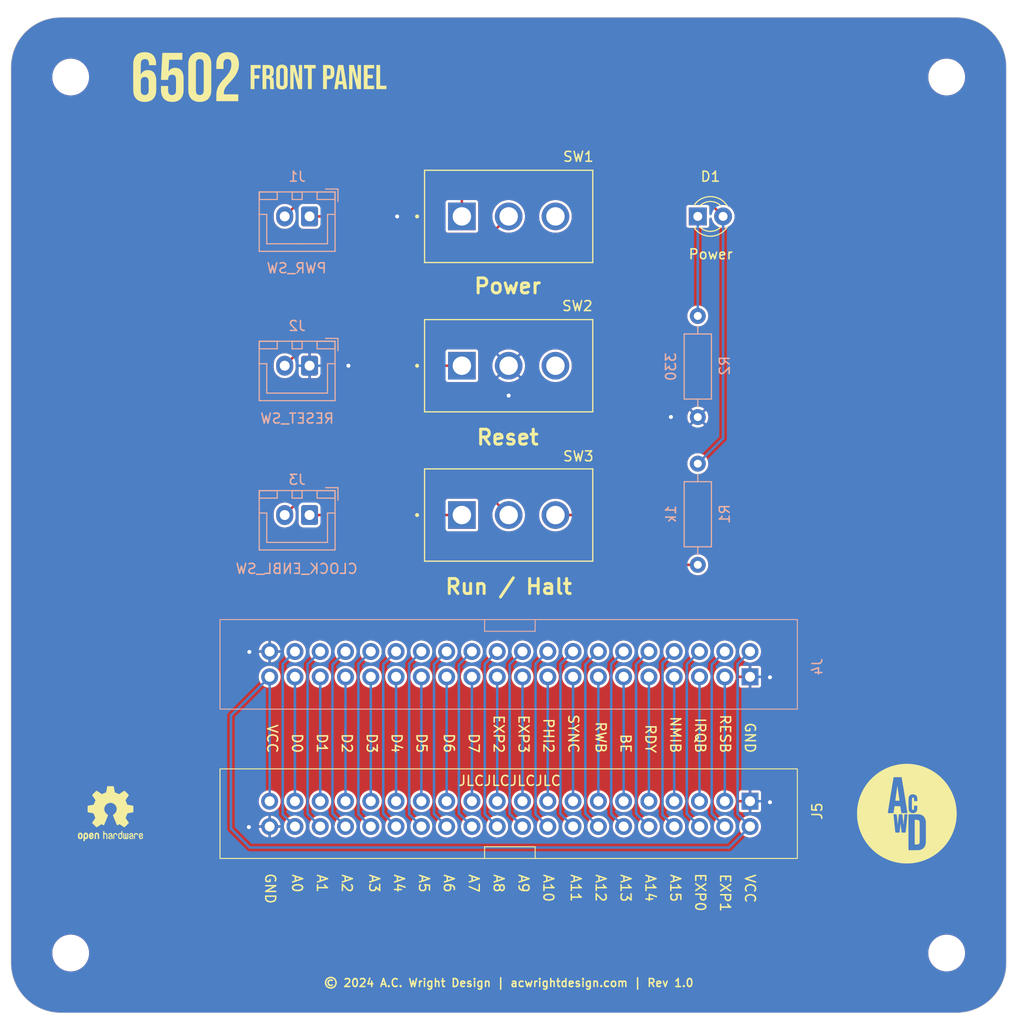
<source format=kicad_pcb>
(kicad_pcb (version 20241229) (generator "pcbnew") (generator_version "9.0")
  (title_block (title "6502 Front Panel") (date "2024-07-19") (rev "1.0") (company "A.C. Wright Design"))
  (layers (0 "F.Cu" signal "Top") (2 "B.Cu" signal "Bottom") (13 "F.Paste" user) (15 "B.Paste" user) (5 "F.SilkS" user "F.Silkscreen") (7 "B.SilkS" user "B.Silkscreen") (1 "F.Mask" user) (3 "B.Mask" user) (25 "Edge.Cuts" user))
  (net 0 "")
  (net 1 "GND")
  (net 2 "VCC")
  (net 3 "A0")
  (net 4 "A1")
  (net 5 "A2")
  (net 6 "A3")
  (net 7 "A10")
  (net 8 "A11")
  (net 9 "A12")
  (net 10 "A13")
  (net 11 "A14")
  (net 12 "A15")
  (net 13 "D0")
  (net 14 "D1")
  (net 15 "D2")
  (net 16 "D3")
  (net 17 "D4")
  (net 18 "D5")
  (net 19 "D6")
  (net 20 "D7")
  (net 21 "PHI2")
  (net 22 "RWB")
  (net 23 "RESB")
  (net 24 "IRQB")
  (net 25 "Net-(D1-K)")
  (net 26 "5V")
  (net 27 "EXP0")
  (net 28 "EXP1")
  (net 29 "A6")
  (net 30 "SYNC")
  (net 31 "A7")
  (net 32 "A9")
  (net 33 "RDY")
  (net 34 "A5")
  (net 35 "EXP3")
  (net 36 "A8")
  (net 37 "A4")
  (net 38 "EXP2")
  (net 39 "NMIB")
  (net 40 "BE")
  (net 41 "Net-(J3-Pin_1)")
  (net 42 "Net-(J1-Pin_1)")
  (net 43 "Net-(J2-Pin_2)")
  (net 44 "Net-(J3-Pin_2)")
  (net 45 "Net-(SW3-C)")
  (footprint "MountingHole:MountingHole_3.2mm_M3" (layer "F.Cu") (at 184 56)
    (property "Reference" "H2" (hide yes))
    (property "Value" "MountingHole" (hide yes))
    (pad "" np_thru_hole circle (at 0 0) (size 3.2 3.2) (drill 3.2) (layers "*.Cu" "*.Mask"))
  )
  (footprint "MountingHole:MountingHole_3.2mm_M3" (layer "F.Cu") (at 96 144)
    (property "Reference" "H4" (hide yes))
    (property "Value" "MountingHole" (hide yes))
    (pad "" np_thru_hole circle (at 0 0) (size 3.2 3.2) (drill 3.2) (layers "*.Cu" "*.Mask"))
  )
  (footprint "MountingHole:MountingHole_3.2mm_M3" (layer "F.Cu") (at 96 56)
    (property "Reference" "H1" (hide yes))
    (property "Value" "MountingHole" (hide yes))
    (pad "" np_thru_hole circle (at 0 0) (size 3.2 3.2) (drill 3.2) (layers "*.Cu" "*.Mask"))
  )
  (footprint "MountingHole:MountingHole_3.2mm_M3" (layer "F.Cu") (at 184 144)
    (property "Reference" "H3" (hide yes))
    (property "Value" "MountingHole" (hide yes))
    (pad "" np_thru_hole circle (at 0 0) (size 3.2 3.2) (drill 3.2) (layers "*.Cu" "*.Mask"))
  )
  (footprint "6502 Logos:6502 Front Panel Logo 5mm" (layer "F.Cu") (at 122.265643 55.999736)
    (property "Reference" "G***" (hide yes))
    (property "Value" "LOGO" (hide yes))
  )
  (footprint "A.C. Wright Logo:A.C. Wright Logo 10mm" (layer "F.Cu") (at 180 130)
    (property "Reference" "G***" (hide yes))
    (property "Value" "LOGO" (hide yes))
  )
  (footprint "LED_THT:LED_D3.0mm" (layer "F.Cu") (at 159 70)
    (property "Reference" "D1" (at 1.27 -4 0) (layer "F.SilkS"))
    (property "Value" "Power" (at 1.3 3.8 0) (layer "F.SilkS"))
    (pad "1" thru_hole rect (at 0 0) (size 1.8 1.8) (drill 0.9) (layers "*.Cu" "*.Mask") (net 25 "Net-(D1-K)"))
    (pad "2" thru_hole circle (at 2.54 0) (size 1.8 1.8) (drill 0.9) (layers "*.Cu" "*.Mask") (net 26 "5V"))
  )
  (footprint "Symbol:OSHW-Logo2_7.3x6mm_SilkScreen" (layer "F.Cu") (at 100 130)
    (property "Reference" "REF**" (hide yes))
    (property "Value" "OSHW-Logo2_7.3x6mm_SilkScreen" (hide yes))
  )
  (footprint "6502 Parts:6502 Bus Connector" (layer "F.Cu") (at 164.25 128.75 -90)
    (property "Reference" "J5" (at 1 -6.75 90) (layer "F.SilkS"))
    (property "Value" "6502 Bus" (hide yes))
    (pad "1" thru_hole rect (at 0 0 270) (size 1.7 1.7) (drill 1) (layers "*.Cu" "*.Mask") (net 1 "GND"))
    (pad "2" thru_hole oval (at 2.54 0 270) (size 1.7 1.7) (drill 1) (layers "*.Cu" "*.Mask") (net 2 "VCC"))
    (pad "3" thru_hole oval (at 0 2.54 270) (size 1.7 1.7) (drill 1) (layers "*.Cu" "*.Mask") (net 23 "RESB"))
    (pad "4" thru_hole oval (at 2.54 2.54 270) (size 1.7 1.7) (drill 1) (layers "*.Cu" "*.Mask") (net 28 "EXP1"))
    (pad "5" thru_hole oval (at 0 5.08 270) (size 1.7 1.7) (drill 1) (layers "*.Cu" "*.Mask") (net 24 "IRQB"))
    (pad "6" thru_hole oval (at 2.54 5.08 270) (size 1.7 1.7) (drill 1) (layers "*.Cu" "*.Mask") (net 27 "EXP0"))
    (pad "7" thru_hole oval (at 0 7.62 270) (size 1.7 1.7) (drill 1) (layers "*.Cu" "*.Mask") (net 39 "NMIB"))
    (pad "8" thru_hole oval (at 2.54 7.62 270) (size 1.7 1.7) (drill 1) (layers "*.Cu" "*.Mask") (net 12 "A15"))
    (pad "9" thru_hole oval (at 0 10.16 270) (size 1.7 1.7) (drill 1) (layers "*.Cu" "*.Mask") (net 33 "RDY"))
    (pad "10" thru_hole oval (at 2.54 10.16 270) (size 1.7 1.7) (drill 1) (layers "*.Cu" "*.Mask") (net 11 "A14"))
    (pad "11" thru_hole oval (at 0 12.7 270) (size 1.7 1.7) (drill 1) (layers "*.Cu" "*.Mask") (net 40 "BE"))
    (pad "12" thru_hole oval (at 2.54 12.7 270) (size 1.7 1.7) (drill 1) (layers "*.Cu" "*.Mask") (net 10 "A13"))
    (pad "13" thru_hole oval (at 0 15.24 270) (size 1.7 1.7) (drill 1) (layers "*.Cu" "*.Mask") (net 22 "RWB"))
    (pad "14" thru_hole oval (at 2.54 15.24 270) (size 1.7 1.7) (drill 1) (layers "*.Cu" "*.Mask") (net 9 "A12"))
    (pad "15" thru_hole oval (at 0 17.78 270) (size 1.7 1.7) (drill 1) (layers "*.Cu" "*.Mask") (net 30 "SYNC"))
    (pad "16" thru_hole oval (at 2.54 17.78 270) (size 1.7 1.7) (drill 1) (layers "*.Cu" "*.Mask") (net 8 "A11"))
    (pad "17" thru_hole oval (at 0 20.32 270) (size 1.7 1.7) (drill 1) (layers "*.Cu" "*.Mask") (net 21 "PHI2"))
    (pad "18" thru_hole oval (at 2.54 20.32 270) (size 1.7 1.7) (drill 1) (layers "*.Cu" "*.Mask") (net 7 "A10"))
    (pad "19" thru_hole oval (at 0 22.86 270) (size 1.7 1.7) (drill 1) (layers "*.Cu" "*.Mask") (net 35 "EXP3"))
    (pad "20" thru_hole oval (at 2.54 22.86 270) (size 1.7 1.7) (drill 1) (layers "*.Cu" "*.Mask") (net 32 "A9"))
    (pad "21" thru_hole oval (at 0 25.4 270) (size 1.7 1.7) (drill 1) (layers "*.Cu" "*.Mask") (net 38 "EXP2"))
    (pad "22" thru_hole oval (at 2.54 25.4 270) (size 1.7 1.7) (drill 1) (layers "*.Cu" "*.Mask") (net 36 "A8"))
    (pad "23" thru_hole oval (at 0 27.94 270) (size 1.7 1.7) (drill 1) (layers "*.Cu" "*.Mask") (net 20 "D7"))
    (pad "24" thru_hole oval (at 2.54 27.94 270) (size 1.7 1.7) (drill 1) (layers "*.Cu" "*.Mask") (net 31 "A7"))
    (pad "25" thru_hole oval (at 0 30.48 270) (size 1.7 1.7) (drill 1) (layers "*.Cu" "*.Mask") (net 19 "D6"))
    (pad "26" thru_hole oval (at 2.54 30.48 270) (size 1.7 1.7) (drill 1) (layers "*.Cu" "*.Mask") (net 29 "A6"))
    (pad "27" thru_hole oval (at 0 33.02 270) (size 1.7 1.7) (drill 1) (layers "*.Cu" "*.Mask") (net 18 "D5"))
    (pad "28" thru_hole oval (at 2.54 33.02 270) (size 1.7 1.7) (drill 1) (layers "*.Cu" "*.Mask") (net 34 "A5"))
    (pad "29" thru_hole oval (at 0 35.56 270) (size 1.7 1.7) (drill 1) (layers "*.Cu" "*.Mask") (net 17 "D4"))
    (pad "30" thru_hole oval (at 2.54 35.56 270) (size 1.7 1.7) (drill 1) (layers "*.Cu" "*.Mask") (net 37 "A4"))
    (pad "31" thru_hole oval (at 0 38.1 270) (size 1.7 1.7) (drill 1) (layers "*.Cu" "*.Mask") (net 16 "D3"))
    (pad "32" thru_hole oval (at 2.54 38.1 270) (size 1.7 1.7) (drill 1) (layers "*.Cu" "*.Mask") (net 6 "A3"))
    (pad "33" thru_hole oval (at 0 40.64 270) (size 1.7 1.7) (drill 1) (layers "*.Cu" "*.Mask") (net 15 "D2"))
    (pad "34" thru_hole oval (at 2.54 40.64 270) (size 1.7 1.7) (drill 1) (layers "*.Cu" "*.Mask") (net 5 "A2"))
    (pad "35" thru_hole oval (at 0 43.18 270) (size 1.7 1.7) (drill 1) (layers "*.Cu" "*.Mask") (net 14 "D1"))
    (pad "36" thru_hole oval (at 2.54 43.18 270) (size 1.7 1.7) (drill 1) (layers "*.Cu" "*.Mask") (net 4 "A1"))
    (pad "37" thru_hole oval (at 0 45.72 270) (size 1.7 1.7) (drill 1) (layers "*.Cu" "*.Mask") (net 13 "D0"))
    (pad "38" thru_hole oval (at 2.54 45.72 270) (size 1.7 1.7) (drill 1) (layers "*.Cu" "*.Mask") (net 3 "A0"))
    (pad "39" thru_hole oval (at 0 48.26 270) (size 1.7 1.7) (drill 1) (layers "*.Cu" "*.Mask") (net 2 "VCC"))
    (pad "40" thru_hole oval (at 2.54 48.26 270) (size 1.7 1.7) (drill 1) (layers "*.Cu" "*.Mask") (net 1 "GND"))
  )
  (footprint "6502 Parts:SS12D10" (layer "F.Cu") (at 140 100)
    (property "Reference" "SW3" (at 7 -5.9 0) (layer "F.SilkS"))
    (property "Value" "Run / Halt" (at 0 7.2 0) (layer "F.SilkS") (effects (font (size 1.5 1.5) (thickness 0.3) (bold yes))))
    (pad "1" thru_hole rect (at -4.7 0) (size 2.775 2.775) (drill 1.85) (layers "*.Cu" "*.Mask") (net 41 "Net-(J3-Pin_1)"))
    (pad "2" thru_hole circle (at 0 0) (size 2.775 2.775) (drill 1.85) (layers "*.Cu" "*.Mask") (net 44 "Net-(J3-Pin_2)"))
    (pad "3" thru_hole circle (at 4.7 0) (size 2.775 2.775) (drill 1.85) (layers "*.Cu" "*.Mask") (net 45 "Net-(SW3-C)"))
  )
  (footprint "6502 Parts:SS12D10" (layer "F.Cu") (at 140 70)
    (property "Reference" "SW1" (at 7 -6 0) (layer "F.SilkS"))
    (property "Value" "Power" (at -0.1 7 0) (layer "F.SilkS") (effects (font (size 1.5 1.5) (thickness 0.3) (bold yes))))
    (pad "1" thru_hole rect (at -4.7 0) (size 2.775 2.775) (drill 1.85) (layers "*.Cu" "*.Mask") (net 26 "5V"))
    (pad "2" thru_hole circle (at 0 0) (size 2.775 2.775) (drill 1.85) (layers "*.Cu" "*.Mask") (net 42 "Net-(J1-Pin_1)"))
    (pad "3" thru_hole circle (at 4.7 0) (size 2.775 2.775) (drill 1.85) (layers "*.Cu" "*.Mask"))
  )
  (footprint "6502 Parts:SS12D10" (layer "F.Cu") (at 140 85)
    (property "Reference" "SW2" (at 6.9 -6 0) (layer "F.SilkS"))
    (property "Value" "Reset" (at -0.1 7.2 0) (layer "F.SilkS") (effects (font (size 1.5 1.5) (thickness 0.3) (bold yes))))
    (pad "1" thru_hole rect (at -4.7 0) (size 2.775 2.775) (drill 1.85) (layers "*.Cu" "*.Mask") (net 43 "Net-(J2-Pin_2)"))
    (pad "2" thru_hole circle (at 0 0) (size 2.775 2.775) (drill 1.85) (layers "*.Cu" "*.Mask") (net 1 "GND"))
    (pad "3" thru_hole circle (at 4.7 0) (size 2.775 2.775) (drill 1.85) (layers "*.Cu" "*.Mask"))
  )
  (footprint "Resistor_THT:R_Axial_DIN0207_L6.3mm_D2.5mm_P10.16mm_Horizontal" (layer "B.Cu") (at 159 90.16 90)
    (property "Reference" "R2" (at 5.16 2.7 90) (layer "B.SilkS") (effects (justify mirror)))
    (property "Value" "330" (at 5.06 -2.7 90) (layer "B.SilkS") (effects (justify mirror)))
    (pad "1" thru_hole circle (at 0 0 90) (size 1.6 1.6) (drill 0.8) (layers "*.Cu" "*.Mask") (net 1 "GND"))
    (pad "2" thru_hole oval (at 10.16 0 90) (size 1.6 1.6) (drill 0.8) (layers "*.Cu" "*.Mask") (net 25 "Net-(D1-K)"))
  )
  (footprint "6502 Parts:6502 Bus Connector" (layer "B.Cu") (at 164.25 116.25 90)
    (property "Reference" "J4" (at 1 6.75 90) (layer "B.SilkS") (effects (justify mirror)))
    (property "Value" "6502 Bus" (hide yes))
    (pad "1" thru_hole rect (at 0 0 90) (size 1.7 1.7) (drill 1) (layers "*.Cu" "*.Mask") (net 1 "GND"))
    (pad "2" thru_hole oval (at 2.54 0 90) (size 1.7 1.7) (drill 1) (layers "*.Cu" "*.Mask") (net 2 "VCC"))
    (pad "3" thru_hole oval (at 0 -2.54 90) (size 1.7 1.7) (drill 1) (layers "*.Cu" "*.Mask") (net 23 "RESB"))
    (pad "4" thru_hole oval (at 2.54 -2.54 90) (size 1.7 1.7) (drill 1) (layers "*.Cu" "*.Mask") (net 28 "EXP1"))
    (pad "5" thru_hole oval (at 0 -5.08 90) (size 1.7 1.7) (drill 1) (layers "*.Cu" "*.Mask") (net 24 "IRQB"))
    (pad "6" thru_hole oval (at 2.54 -5.08 90) (size 1.7 1.7) (drill 1) (layers "*.Cu" "*.Mask") (net 27 "EXP0"))
    (pad "7" thru_hole oval (at 0 -7.62 90) (size 1.7 1.7) (drill 1) (layers "*.Cu" "*.Mask") (net 39 "NMIB"))
    (pad "8" thru_hole oval (at 2.54 -7.62 90) (size 1.7 1.7) (drill 1) (layers "*.Cu" "*.Mask") (net 12 "A15"))
    (pad "9" thru_hole oval (at 0 -10.16 90) (size 1.7 1.7) (drill 1) (layers "*.Cu" "*.Mask") (net 33 "RDY"))
    (pad "10" thru_hole oval (at 2.54 -10.16 90) (size 1.7 1.7) (drill 1) (layers "*.Cu" "*.Mask") (net 11 "A14"))
    (pad "11" thru_hole oval (at 0 -12.7 90) (size 1.7 1.7) (drill 1) (layers "*.Cu" "*.Mask") (net 40 "BE"))
    (pad "12" thru_hole oval (at 2.54 -12.7 90) (size 1.7 1.7) (drill 1) (layers "*.Cu" "*.Mask") (net 10 "A13"))
    (pad "13" thru_hole oval (at 0 -15.24 90) (size 1.7 1.7) (drill 1) (layers "*.Cu" "*.Mask") (net 22 "RWB"))
    (pad "14" thru_hole oval (at 2.54 -15.24 90) (size 1.7 1.7) (drill 1) (layers "*.Cu" "*.Mask") (net 9 "A12"))
    (pad "15" thru_hole oval (at 0 -17.78 90) (size 1.7 1.7) (drill 1) (layers "*.Cu" "*.Mask") (net 30 "SYNC"))
    (pad "16" thru_hole oval (at 2.54 -17.78 90) (size 1.7 1.7) (drill 1) (layers "*.Cu" "*.Mask") (net 8 "A11"))
    (pad "17" thru_hole oval (at 0 -20.32 90) (size 1.7 1.7) (drill 1) (layers "*.Cu" "*.Mask") (net 21 "PHI2"))
    (pad "18" thru_hole oval (at 2.54 -20.32 90) (size 1.7 1.7) (drill 1) (layers "*.Cu" "*.Mask") (net 7 "A10"))
    (pad "19" thru_hole oval (at 0 -22.86 90) (size 1.7 1.7) (drill 1) (layers "*.Cu" "*.Mask") (net 35 "EXP3"))
    (pad "20" thru_hole oval (at 2.54 -22.86 90) (size 1.7 1.7) (drill 1) (layers "*.Cu" "*.Mask") (net 32 "A9"))
    (pad "21" thru_hole oval (at 0 -25.4 90) (size 1.7 1.7) (drill 1) (layers "*.Cu" "*.Mask") (net 38 "EXP2"))
    (pad "22" thru_hole oval (at 2.54 -25.4 90) (size 1.7 1.7) (drill 1) (layers "*.Cu" "*.Mask") (net 36 "A8"))
    (pad "23" thru_hole oval (at 0 -27.94 90) (size 1.7 1.7) (drill 1) (layers "*.Cu" "*.Mask") (net 20 "D7"))
    (pad "24" thru_hole oval (at 2.54 -27.94 90) (size 1.7 1.7) (drill 1) (layers "*.Cu" "*.Mask") (net 31 "A7"))
    (pad "25" thru_hole oval (at 0 -30.48 90) (size 1.7 1.7) (drill 1) (layers "*.Cu" "*.Mask") (net 19 "D6"))
    (pad "26" thru_hole oval (at 2.54 -30.48 90) (size 1.7 1.7) (drill 1) (layers "*.Cu" "*.Mask") (net 29 "A6"))
    (pad "27" thru_hole oval (at 0 -33.02 90) (size 1.7 1.7) (drill 1) (layers "*.Cu" "*.Mask") (net 18 "D5"))
    (pad "28" thru_hole oval (at 2.54 -33.02 90) (size 1.7 1.7) (drill 1) (layers "*.Cu" "*.Mask") (net 34 "A5"))
    (pad "29" thru_hole oval (at 0 -35.56 90) (size 1.7 1.7) (drill 1) (layers "*.Cu" "*.Mask") (net 17 "D4"))
    (pad "30" thru_hole oval (at 2.54 -35.56 90) (size 1.7 1.7) (drill 1) (layers "*.Cu" "*.Mask") (net 37 "A4"))
    (pad "31" thru_hole oval (at 0 -38.1 90) (size 1.7 1.7) (drill 1) (layers "*.Cu" "*.Mask") (net 16 "D3"))
    (pad "32" thru_hole oval (at 2.54 -38.1 90) (size 1.7 1.7) (drill 1) (layers "*.Cu" "*.Mask") (net 6 "A3"))
    (pad "33" thru_hole oval (at 0 -40.64 90) (size 1.7 1.7) (drill 1) (layers "*.Cu" "*.Mask") (net 15 "D2"))
    (pad "34" thru_hole oval (at 2.54 -40.64 90) (size 1.7 1.7) (drill 1) (layers "*.Cu" "*.Mask") (net 5 "A2"))
    (pad "35" thru_hole oval (at 0 -43.18 90) (size 1.7 1.7) (drill 1) (layers "*.Cu" "*.Mask") (net 14 "D1"))
    (pad "36" thru_hole oval (at 2.54 -43.18 90) (size 1.7 1.7) (drill 1) (layers "*.Cu" "*.Mask") (net 4 "A1"))
    (pad "37" thru_hole oval (at 0 -45.72 90) (size 1.7 1.7) (drill 1) (layers "*.Cu" "*.Mask") (net 13 "D0"))
    (pad "38" thru_hole oval (at 2.54 -45.72 90) (size 1.7 1.7) (drill 1) (layers "*.Cu" "*.Mask") (net 3 "A0"))
    (pad "39" thru_hole oval (at 0 -48.26 90) (size 1.7 1.7) (drill 1) (layers "*.Cu" "*.Mask") (net 2 "VCC"))
    (pad "40" thru_hole oval (at 2.54 -48.26 90) (size 1.7 1.7) (drill 1) (layers "*.Cu" "*.Mask") (net 1 "GND"))
  )
  (footprint "Connector_JST:JST_XH_B2B-XH-A_1x02_P2.50mm_Vertical" (layer "B.Cu") (at 120 85 180)
    (property "Reference" "J2" (at 1.25 4 0) (layer "B.SilkS") (effects (justify mirror)))
    (property "Value" "RESET_SW" (at 1.25 -5.3 0) (layer "B.SilkS") (effects (justify mirror)))
    (pad "1" thru_hole roundrect (at 0 0 180) (size 1.7 2) (drill 1) (layers "*.Cu" "*.Mask") (roundrect_rratio 0.147059) (net 1 "GND"))
    (pad "2" thru_hole oval (at 2.5 0 180) (size 1.7 2) (drill 1) (layers "*.Cu" "*.Mask") (net 43 "Net-(J2-Pin_2)"))
  )
  (footprint "Resistor_THT:R_Axial_DIN0207_L6.3mm_D2.5mm_P10.16mm_Horizontal" (layer "B.Cu") (at 159 105 90)
    (property "Reference" "R1" (at 5.1 2.7 90) (layer "B.SilkS") (effects (justify mirror)))
    (property "Value" "1k" (at 5.1 -2.7 90) (layer "B.SilkS") (effects (justify mirror)))
    (pad "1" thru_hole circle (at 0 0 90) (size 1.6 1.6) (drill 0.8) (layers "*.Cu" "*.Mask") (net 45 "Net-(SW3-C)"))
    (pad "2" thru_hole oval (at 10.16 0 90) (size 1.6 1.6) (drill 0.8) (layers "*.Cu" "*.Mask") (net 26 "5V"))
  )
  (footprint "Connector_JST:JST_XH_B2B-XH-A_1x02_P2.50mm_Vertical" (layer "B.Cu") (at 120 70 180)
    (property "Reference" "J1" (at 1.25 4 0) (layer "B.SilkS") (effects (justify mirror)))
    (property "Value" "PWR_SW" (at 1.3 -5.2 0) (layer "B.SilkS") (effects (justify mirror)))
    (pad "1" thru_hole roundrect (at 0 0 180) (size 1.7 2) (drill 1) (layers "*.Cu" "*.Mask") (roundrect_rratio 0.147059) (net 42 "Net-(J1-Pin_1)"))
    (pad "2" thru_hole oval (at 2.5 0 180) (size 1.7 2) (drill 1) (layers "*.Cu" "*.Mask") (net 26 "5V"))
  )
  (footprint "Connector_JST:JST_XH_B2B-XH-A_1x02_P2.50mm_Vertical" (layer "B.Cu") (at 120 100 180)
    (property "Reference" "J3" (at 1.25 3.55 0) (layer "B.SilkS") (effects (justify mirror)))
    (property "Value" "CLOCK_ENBL_SW" (at 1.3 -5.4 0) (layer "B.SilkS") (effects (justify mirror)))
    (pad "1" thru_hole roundrect (at 0 0 180) (size 1.7 2) (drill 1) (layers "*.Cu" "*.Mask") (roundrect_rratio 0.147059) (net 41 "Net-(J3-Pin_1)"))
    (pad "2" thru_hole oval (at 2.5 0 180) (size 1.7 2) (drill 1) (layers "*.Cu" "*.Mask") (net 44 "Net-(J3-Pin_2)"))
  )
  (gr_line (start 90.0011 145.0036) (end 90.0011 55.0036) (stroke (width 0.05)) (layer "Edge.Cuts"))
  (gr_arc (start 95.0011 150.0036) (mid 91.465566 148.539134) (end 90.0011 145.0036) (stroke (width 0.05)) (layer "Edge.Cuts"))
  (gr_line (start 190.0011 55.0036) (end 190.0011 145.0036) (stroke (width 0.05)) (layer "Edge.Cuts"))
  (gr_arc (start 190.0011 145.0036) (mid 188.536634 148.539134) (end 185.0011 150.0036) (stroke (width 0.05)) (layer "Edge.Cuts"))
  (gr_arc (start 185.0011 50.0036) (mid 188.536634 51.468066) (end 190.0011 55.0036) (stroke (width 0.05)) (layer "Edge.Cuts"))
  (gr_line (start 95.0011 50.0036) (end 185.0011 50.0036) (stroke (width 0.05)) (layer "Edge.Cuts"))
  (gr_line (start 185.0011 150.0036) (end 95.0011 150.0036) (stroke (width 0.05)) (layer "Edge.Cuts"))
  (gr_arc (start 90.0011 55.0036) (mid 91.465566 51.468066) (end 95.0011 50.0036) (stroke (width 0.05)) (layer "Edge.Cuts"))
  (gr_text "VCC" (at 116.25 124 -90) (layer "F.SilkS") (effects (font (size 1 1)) (justify right)))
  (gr_text "A10" (at 144 136 -90) (layer "F.SilkS") (effects (font (size 1 1)) (justify left)))
  (gr_text "A2" (at 123.75 136 -90) (layer "F.SilkS") (effects (font (size 1 1)) (justify left)))
  (gr_text "GND\n" (at 164.25 124 -90) (layer "F.SilkS") (effects (font (size 1 1)) (justify right)))
  (gr_text "D0" (at 118.75 124 -90) (layer "F.SilkS") (effects (font (size 1 1)) (justify right)))
  (gr_text "RWB" (at 149.25 124 -90) (layer "F.SilkS") (effects (font (size 1 1)) (justify right)))
  (gr_text "BE" (at 151.75 124 -90) (layer "F.SilkS") (effects (font (size 1 1)) (justify right)))
  (gr_text "RESB" (at 161.75 124 -90) (layer "F.SilkS") (effects (font (size 1 1)) (justify right)))
  (gr_text "A3" (at 126.5 136 -90) (layer "F.SilkS") (effects (font (size 1 1)) (justify left)))
  (gr_text "EXP2" (at 139 124 -90) (layer "F.SilkS") (effects (font (size 1 1)) (justify right)))
  (gr_text "D5" (at 131.25 124 -90) (layer "F.SilkS") (effects (font (size 1 1)) (justify right)))
  (gr_text "A13" (at 151.75 136 -90) (layer "F.SilkS") (effects (font (size 1 1)) (justify left)))
  (gr_text "D2" (at 123.75 124 -90) (layer "F.SilkS") (effects (font (size 1 1)) (justify right)))
  (gr_text "D3" (at 126.25 124 -90) (layer "F.SilkS") (effects (font (size 1 1)) (justify right)))
  (gr_text "EXP0" (at 159.25 135.9 -90) (layer "F.SilkS") (effects (font (size 1 1)) (justify left)))
  (gr_text "A6" (at 134 136 -90) (layer "F.SilkS") (effects (font (size 1 1)) (justify left)))
  (gr_text "A7" (at 136.5 136 -90) (layer "F.SilkS") (effects (font (size 1 1)) (justify left)))
  (gr_text "JLCJLCJLCJLC" (at 140.1 126.7 0) (layer "F.SilkS") (effects (font (size 1 1))))
  (gr_text "A0" (at 118.75 136 -90) (layer "F.SilkS") (effects (font (size 1 1)) (justify left)))
  (gr_text "D7" (at 136.5 124 -90) (layer "F.SilkS") (effects (font (size 1 1)) (justify right)))
  (gr_text "D6" (at 134 124 -90) (layer "F.SilkS") (effects (font (size 1 1)) (justify right)))
  (gr_text "A11" (at 146.75 136 -90) (layer "F.SilkS") (effects (font (size 1 1)) (justify left)))
  (gr_text "A12" (at 149.25 136 -90) (layer "F.SilkS") (effects (font (size 1 1)) (justify left)))
  (gr_text "SYNC" (at 146.5 124 -90) (layer "F.SilkS") (effects (font (size 1 1)) (justify right)))
  (gr_text "D4" (at 128.75 124 -90) (layer "F.SilkS") (effects (font (size 1 1)) (justify right)))
  (gr_text "IRQB" (at 159.25 124 -90) (layer "F.SilkS") (effects (font (size 1 1)) (justify right)))
  (gr_text "A9" (at 141.5 136 -90) (layer "F.SilkS") (effects (font (size 1 1)) (justify left)))
  (gr_text "A14" (at 154.25 136 -90) (layer "F.SilkS") (effects (font (size 1 1)) (justify left)))
  (gr_text "EXP1" (at 161.75 135.95 -90) (layer "F.SilkS") (effects (font (size 1 1)) (justify left)))
  (gr_text "GND\n" (at 116.05 135.9 -90) (layer "F.SilkS") (effects (font (size 1 1)) (justify left)))
  (gr_text "A1" (at 121.25 136 -90) (layer "F.SilkS") (effects (font (size 1 1)) (justify left)))
  (gr_text "RDY" (at 154.25 124 -90) (layer "F.SilkS") (effects (font (size 1 1)) (justify right)))
  (gr_text "A8" (at 139 136 -90) (layer "F.SilkS") (effects (font (size 1 1)) (justify left)))
  (gr_text "NMIB" (at 156.75 124 -90) (layer "F.SilkS") (effects (font (size 1 1)) (justify right)))
  (gr_text "D1" (at 121.25 124 -90) (layer "F.SilkS") (effects (font (size 1 1)) (justify right)))
  (gr_text "EXP3" (at 141.5 124 -90) (layer "F.SilkS") (effects (font (size 1 1)) (justify right)))
  (gr_text "VCC" (at 164.25 136 -90) (layer "F.SilkS") (effects (font (size 1 1)) (justify left)))
  (gr_text "A15" (at 156.75 136 -90) (layer "F.SilkS") (effects (font (size 1 1)) (justify left)))
  (gr_text "PHI2" (at 144 124 -90) (layer "F.SilkS") (effects (font (size 1 1)) (justify right)))
  (gr_text "© 2024 A.C. Wright Design | acwrightdesign.com | Rev 1.0" (at 140 147 0) (layer "F.SilkS") (effects (font (size 0.8 0.8))))
  (gr_text "A5" (at 131.5 136 -90) (layer "F.SilkS") (effects (font (size 1 1)) (justify left)))
  (gr_text "A4" (at 129 136 -90) (layer "F.SilkS") (effects (font (size 1 1)) (justify left)))
  (via (at 113.95 113.75) (size 0.8) (drill 0.4) (layers "F.Cu" "B.Cu") (net 1))
  (via (at 123.9 85) (size 0.8) (drill 0.4) (layers "F.Cu" "B.Cu") (net 1))
  (via (at 128.8 70) (size 0.8) (drill 0.4) (layers "F.Cu" "B.Cu") (net 1))
  (via (at 140 88) (size 0.8) (drill 0.4) (layers "F.Cu" "B.Cu") (net 1))
  (via (at 113.9 131.35) (size 0.8) (drill 0.4) (layers "F.Cu" "B.Cu") (net 1))
  (via (at 156.3 90.15) (size 0.8) (drill 0.4) (layers "F.Cu" "B.Cu") (net 1))
  (via (at 166.25 116.3) (size 0.8) (drill 0.4) (layers "F.Cu" "B.Cu") (net 1))
  (via (at 166.25 128.85) (size 0.8) (drill 0.4) (layers "F.Cu" "B.Cu") (net 1))
  (segment (start 112.1 120.14) (end 112.1 131.5) (width 0.25) (layer "B.Cu") (net 2))
  (segment (start 112.1 131.5) (end 114 133.4) (width 0.25) (layer "B.Cu") (net 2))
  (segment (start 115.99 128.75) (end 115.99 116.25) (width 0.25) (layer "B.Cu") (net 2))
  (segment (start 164.25 131.29) (end 163 130.04) (width 0.25) (layer "B.Cu") (net 2))
  (segment (start 114 133.4) (end 162.14 133.4) (width 0.25) (layer "B.Cu") (net 2))
  (segment (start 162.14 133.4) (end 164.25 131.29) (width 0.25) (layer "B.Cu") (net 2))
  (segment (start 115.99 116.25) (end 112.1 120.14) (width 0.25) (layer "B.Cu") (net 2))
  (segment (start 163 130.04) (end 163 114.96) (width 0.25) (layer "B.Cu") (net 2))
  (segment (start 163 114.96) (end 164.25 113.71) (width 0.25) (layer "B.Cu") (net 2))
  (segment (start 118.53 131.29) (end 117.3 130.06) (width 0.25) (layer "B.Cu") (net 3))
  (segment (start 117.3 114.94) (end 118.53 113.71) (width 0.25) (layer "B.Cu") (net 3))
  (segment (start 117.3 130.06) (end 117.3 114.94) (width 0.25) (layer "B.Cu") (net 3))
  (segment (start 119.8 114.98) (end 121.07 113.71) (width 0.25) (layer "B.Cu") (net 4))
  (segment (start 121.07 131.29) (end 119.8 130.02) (width 0.25) (layer "B.Cu") (net 4))
  (segment (start 119.8 130.02) (end 119.8 114.98) (width 0.25) (layer "B.Cu") (net 4))
  (segment (start 122.3 115.02) (end 123.61 113.71) (width 0.25) (layer "B.Cu") (net 5))
  (segment (start 122.3 129.98) (end 122.3 115.02) (width 0.25) (layer "B.Cu") (net 5))
  (segment (start 123.61 131.29) (end 122.3 129.98) (width 0.25) (layer "B.Cu") (net 5))
  (segment (start 126.15 131.29) (end 124.9 130.04) (width 0.25) (layer "B.Cu") (net 6))
  (segment (start 124.9 114.96) (end 126.15 113.71) (width 0.25) (layer "B.Cu") (net 6))
  (segment (start 124.9 130.04) (end 124.9 114.96) (width 0.25) (layer "B.Cu") (net 6))
  (segment (start 142.7 114.94) (end 143.93 113.71) (width 0.25) (layer "B.Cu") (net 7))
  (segment (start 143.93 131.29) (end 142.7 130.06) (width 0.25) (layer "B.Cu") (net 7))
  (segment (start 142.7 130.06) (end 142.7 114.94) (width 0.25) (layer "B.Cu") (net 7))
  (segment (start 146.47 131.29) (end 145.2 130.02) (width 0.25) (layer "B.Cu") (net 8))
  (segment (start 145.2 130.02) (end 145.2 114.98) (width 0.25) (layer "B.Cu") (net 8))
  (segment (start 145.2 114.98) (end 146.47 113.71) (width 0.25) (layer "B.Cu") (net 8))
  (segment (start 149.01 131.29) (end 147.7 129.98) (width 0.25) (layer "B.Cu") (net 9))
  (segment (start 147.7 115.02) (end 149.01 113.71) (width 0.25) (layer "B.Cu") (net 9))
  (segment (start 147.7 129.98) (end 147.7 115.02) (width 0.25) (layer "B.Cu") (net 9))
  (segment (start 151.55 131.29) (end 150.3 130.04) (width 0.25) (layer "B.Cu") (net 10))
  (segment (start 150.3 114.96) (end 151.55 113.71) (width 0.25) (layer "B.Cu") (net 10))
  (segment (start 150.3 130.04) (end 150.3 114.96) (width 0.25) (layer "B.Cu") (net 10))
  (segment (start 154.09 131.29) (end 152.8 130) (width 0.25) (layer "B.Cu") (net 11))
  (segment (start 152.8 115) (end 154.09 113.71) (width 0.25) (layer "B.Cu") (net 11))
  (segment (start 152.8 130) (end 152.8 115) (width 0.25) (layer "B.Cu") (net 11))
  (segment (start 156.63 131.29) (end 155.455 130.115) (width 0.25) (layer "B.Cu") (net 12))
  (segment (start 155.455 130.115) (end 155.455 114.885) (width 0.25) (layer "B.Cu") (net 12))
  (segment (start 155.455 114.885) (end 156.63 113.71) (width 0.25) (layer "B.Cu") (net 12))
  (segment (start 118.53 128.75) (end 118.53 116.25) (width 0.25) (layer "B.Cu") (net 13))
  (segment (start 121.07 128.75) (end 121.07 116.25) (width 0.25) (layer "B.Cu") (net 14))
  (segment (start 123.61 128.75) (end 123.61 116.25) (width 0.25) (layer "B.Cu") (net 15))
  (segment (start 126.15 128.75) (end 126.15 116.25) (width 0.25) (layer "B.Cu") (net 16))
  (segment (start 128.69 128.75) (end 128.69 116.25) (width 0.25) (layer "B.Cu") (net 17))
  (segment (start 131.23 128.75) (end 131.23 116.25) (width 0.25) (layer "B.Cu") (net 18))
  (segment (start 133.77 128.75) (end 133.77 116.25) (width 0.25) (layer "B.Cu") (net 19))
  (segment (start 136.31 128.75) (end 136.31 116.25) (width 0.25) (layer "B.Cu") (net 20))
  (segment (start 143.93 128.75) (end 143.93 116.25) (width 0.25) (layer "B.Cu") (net 21))
  (segment (start 149.01 128.75) (end 149.01 116.25) (width 0.25) (layer "B.Cu") (net 22))
  (segment (start 161.71 128.75) (end 161.71 116.25) (width 0.25) (layer "B.Cu") (net 23))
  (segment (start 159.17 128.75) (end 159.17 116.25) (width 0.25) (layer "B.Cu") (net 24))
  (segment (start 159 70) (end 159 80) (width 0.25) (layer "B.Cu") (net 25))
  (segment (start 119.75 67.75) (end 117.5 70) (width 0.25) (layer "F.Cu") (net 26))
  (segment (start 132.95 67.75) (end 119.75 67.75) (width 0.25) (layer "F.Cu") (net 26))
  (segment (start 159.29 67.75) (end 135.3 67.75) (width 0.25) (layer "F.Cu") (net 26))
  (segment (start 135.3 70) (end 135.3 67.75) (width 0.25) (layer "F.Cu") (net 26))
  (segment (start 161.54 70) (end 159.29 67.75) (width 0.25) (layer "F.Cu") (net 26))
  (segment (start 135.3 67.75) (end 132.05 67.75) (width 0.25) (layer "F.Cu") (net 26))
  (segment (start 159 94.84) (end 161.54 92.3) (width 0.25) (layer "B.Cu") (net 26))
  (segment (start 161.54 92.3) (end 161.54 70) (width 0.25) (layer "B.Cu") (net 26))
  (segment (start 157.9 114.98) (end 159.17 113.71) (width 0.25) (layer "B.Cu") (net 27))
  (segment (start 157.9 130.02) (end 157.9 114.98) (width 0.25) (layer "B.Cu") (net 27))
  (segment (start 159.17 131.29) (end 157.9 130.02) (width 0.25) (layer "B.Cu") (net 27))
  (segment (start 161.71 131.29) (end 160.4 129.98) (width 0.25) (layer "B.Cu") (net 28))
  (segment (start 160.4 129.98) (end 160.4 115.02) (width 0.25) (layer "B.Cu") (net 28))
  (segment (start 160.4 115.02) (end 161.71 113.71) (width 0.25) (layer "B.Cu") (net 28))
  (segment (start 132.5 114.98) (end 133.77 113.71) (width 0.25) (layer "B.Cu") (net 29))
  (segment (start 132.5 130.02) (end 132.5 114.98) (width 0.25) (layer "B.Cu") (net 29))
  (segment (start 133.77 131.29) (end 132.5 130.02) (width 0.25) (layer "B.Cu") (net 29))
  (segment (start 146.47 128.75) (end 146.47 116.25) (width 0.25) (layer "B.Cu") (net 30))
  (segment (start 136.31 131.29) (end 135 129.98) (width 0.25) (layer "B.Cu") (net 31))
  (segment (start 135 115.02) (end 136.31 113.71) (width 0.25) (layer "B.Cu") (net 31))
  (segment (start 135 129.98) (end 135 115.02) (width 0.25) (layer "B.Cu") (net 31))
  (segment (start 141.39 131.29) (end 140.1 130) (width 0.25) (layer "B.Cu") (net 32))
  (segment (start 140.1 115) (end 141.39 113.71) (width 0.25) (layer "B.Cu") (net 32))
  (segment (start 140.1 130) (end 140.1 115) (width 0.25) (layer "B.Cu") (net 32))
  (segment (start 154.09 128.75) (end 154.09 116.25) (width 0.25) (layer "B.Cu") (net 33))
  (segment (start 130 130.06) (end 130 114.94) (width 0.25) (layer "B.Cu") (net 34))
  (segment (start 131.23 131.29) (end 130 130.06) (width 0.25) (layer "B.Cu") (net 34))
  (segment (start 130 114.94) (end 131.23 113.71) (width 0.25) (layer "B.Cu") (net 34))
  (segment (start 141.39 128.75) (end 141.39 116.25) (width 0.25) (layer "B.Cu") (net 35))
  (segment (start 137.6 130.04) (end 137.6 114.96) (width 0.25) (layer "B.Cu") (net 36))
  (segment (start 138.85 131.29) (end 137.6 130.04) (width 0.25) (layer "B.Cu") (net 36))
  (segment (start 137.6 114.96) (end 138.85 113.71) (width 0.25) (layer "B.Cu") (net 36))
  (segment (start 128.69 131.29) (end 127.4 130) (width 0.25) (layer "B.Cu") (net 37))
  (segment (start 127.4 115) (end 128.69 113.71) (width 0.25) (layer "B.Cu") (net 37))
  (segment (start 127.4 130) (end 127.4 115) (width 0.25) (layer "B.Cu") (net 37))
  (segment (start 138.85 128.75) (end 138.85 116.25) (width 0.25) (layer "B.Cu") (net 38))
  (segment (start 156.63 128.75) (end 156.63 116.25) (width 0.25) (layer "B.Cu") (net 39))
  (segment (start 151.55 128.75) (end 151.55 116.25) (width 0.25) (layer "B.Cu") (net 40))
  (segment (start 120 100) (end 135.3 100) (width 0.25) (layer "F.Cu") (net 41))
  (segment (start 120 70) (end 121.95 70) (width 0.25) (layer "F.Cu") (net 42))
  (segment (start 121.95 70) (end 124.5 72.55) (width 0.25) (layer "F.Cu") (net 42))
  (segment (start 137.45 72.55) (end 140 70) (width 0.25) (layer "F.Cu") (net 42))
  (segment (start 124.5 72.55) (end 137.45 72.55) (width 0.25) (layer "F.Cu") (net 42))
  (segment (start 130 85) (end 135.3 85) (width 0.25) (layer "F.Cu") (net 43))
  (segment (start 119.85 82.65) (end 127.65 82.65) (width 0.25) (layer "F.Cu") (net 43))
  (segment (start 127.65 82.65) (end 130 85) (width 0.25) (layer "F.Cu") (net 43))
  (segment (start 117.5 85) (end 119.85 82.65) (width 0.25) (layer "F.Cu") (net 43))
  (segment (start 117.5 100) (end 119.8 97.7) (width 0.25) (layer "F.Cu") (net 44))
  (segment (start 119.8 97.7) (end 137.7 97.7) (width 0.25) (layer "F.Cu") (net 44))
  (segment (start 137.7 97.7) (end 140 100) (width 0.25) (layer "F.Cu") (net 44))
  (segment (start 144.7 100) (end 148.75 100) (width 0.25) (layer "F.Cu") (net 45))
  (segment (start 153.75 105) (end 159 105) (width 0.25) (layer "F.Cu") (net 45))
  (segment (start 148.75 100) (end 153.75 105) (width 0.25) (layer "F.Cu") (net 45))
  (zone (net 1) (net_name "GND") (layer "F.Cu") (connect_pads (clearance 0.254)) (min_thickness 0.254) (fill yes (thermal_gap 0.254) (thermal_bridge_width 0.254))
    (polygon (pts (xy 191.77 151.13) (xy 88.9 151.13) (xy 88.9 48.26) (xy 191.77 48.26)))
  )
  (zone (net 1) (net_name "GND") (layer "B.Cu") (connect_pads (clearance 0.254)) (min_thickness 0.254) (fill yes (thermal_gap 0.254) (thermal_bridge_width 0.254))
    (polygon (pts (xy 191.77 151.13) (xy 88.9 151.13) (xy 88.9 48.26) (xy 191.77 48.26)))
  )
)
</source>
